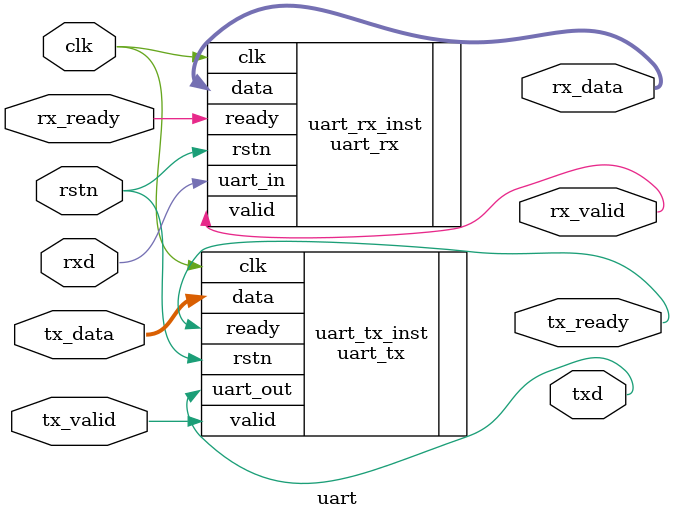
<source format=sv>
module uart
  #(parameter
    /*
     You can specify the following three parameters.
     1. DATA_WIDTH : width of data that is transmited by this module
     2. BAUD_RATE  : baud rate of output uart signal
     3. CLK_FREQ   : freqency of input clock signal
    */
    DATA_WIDTH = 8,
    BAUD_RATE  = 115200,
    CLK_FREQ   = 100_000_000)
   (input  logic                  rxd,
    output logic                  txd,
    input  logic [DATA_WIDTH-1:0] tx_data,
    input  logic                  tx_valid,
    output logic                  tx_ready,
    output logic [DATA_WIDTH-1:0] rx_data,
    output logic                  rx_valid,
    input  logic                  rx_ready,
    input  logic                  clk,
    input  logic                  rstn);

   uart_tx #(DATA_WIDTH, BAUD_RATE, CLK_FREQ)
   uart_tx_inst(.data(tx_data),
                .valid(tx_valid),
                .clk(clk),
                .rstn(rstn),
                .uart_out(txd),
                .ready(tx_ready));

   uart_rx #(DATA_WIDTH, BAUD_RATE, CLK_FREQ)
   uart_rx_inst(.uart_in(rxd),
                .ready(rx_ready),
                .clk(clk),
                .rstn(rstn),
                .data(rx_data),
                .valid(rx_valid));
endmodule
</source>
